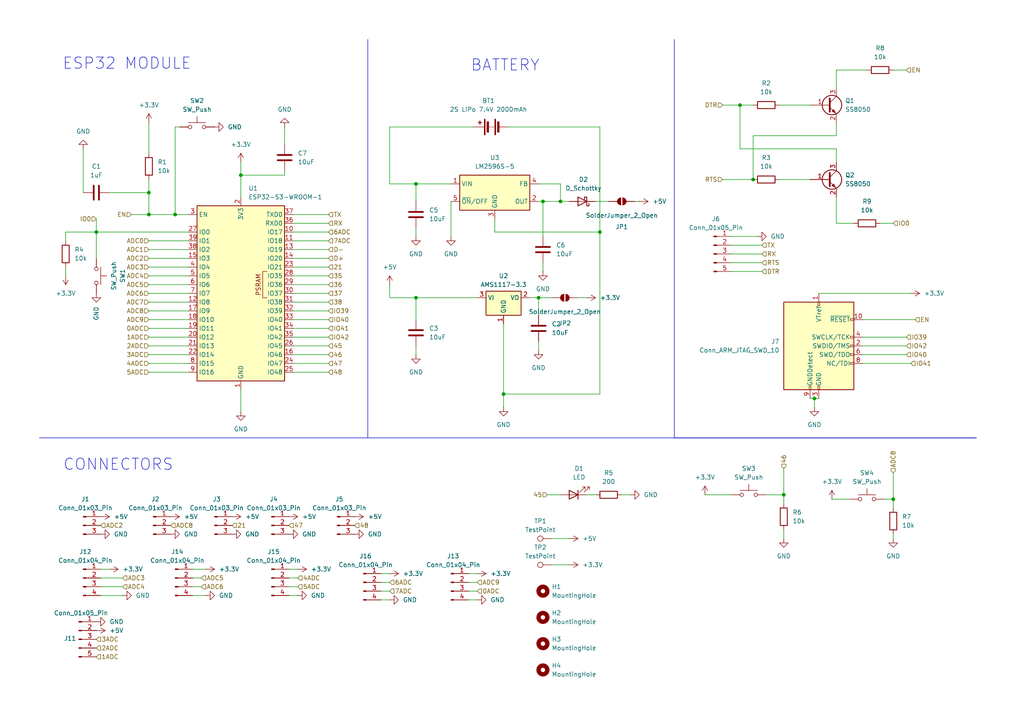
<source format=kicad_sch>
(kicad_sch (version 20250114) (generator "eeschema") (generator_version "9.0")
  (paper "A4")
  (lib_symbols
    (symbol "Connector:Conn_01x03_Pin" (pin_names (offset 1.016) (hide yes))
      (property "Reference" "J" (at 0 5.08 0))
      (property "Value" "Conn_01x03_Pin" (at 0 -5.08 0))
      (symbol "Conn_01x03_Pin_1_1"
        (pin passive line (at 5.08 2.54 180) (length 3.81) (name "Pin_1") (number "1"))
        (pin passive line (at 5.08 0 180) (length 3.81) (name "Pin_2") (number "2"))
        (pin passive line (at 5.08 -2.54 180) (length 3.81) (name "Pin_3") (number "3"))
      )
    )
    (symbol "Connector:Conn_01x04_Pin" (pin_names (offset 1.016) (hide yes))
      (property "Reference" "J" (at 0 5.08 0))
      (property "Value" "Conn_01x04_Pin" (at 0 -7.62 0))
      (symbol "Conn_01x04_Pin_1_1"
        (pin passive line (at 5.08 2.54 180) (length 3.81) (name "Pin_1") (number "1"))
        (pin passive line (at 5.08 0 180) (length 3.81) (name "Pin_2") (number "2"))
        (pin passive line (at 5.08 -2.54 180) (length 3.81) (name "Pin_3") (number "3"))
        (pin passive line (at 5.08 -5.08 180) (length 3.81) (name "Pin_4") (number "4"))
      )
    )
    (symbol "Connector:Conn_01x05_Pin" (pin_names (offset 1.016) (hide yes))
      (property "Reference" "J" (at 0 7.62 0))
      (property "Value" "Conn_01x05_Pin" (at 0 -7.62 0))
      (symbol "Conn_01x05_Pin_1_1"
        (pin passive line (at 5.08 5.08 180) (length 3.81) (name "Pin_1") (number "1"))
        (pin passive line (at 5.08 2.54 180) (length 3.81) (name "Pin_2") (number "2"))
        (pin passive line (at 5.08 0 180) (length 3.81) (name "Pin_3") (number "3"))
        (pin passive line (at 5.08 -2.54 180) (length 3.81) (name "Pin_4") (number "4"))
        (pin passive line (at 5.08 -5.08 180) (length 3.81) (name "Pin_5") (number "5"))
      )
    )
    (symbol "Connector:Conn_ARM_JTAG_SWD_10" (pin_names (offset 1.016))
      (property "Reference" "J" (at -2.54 16.51 0))
      (property "Value" "Conn_ARM_JTAG_SWD_10" (at -2.54 13.97 0))
      (symbol "Conn_ARM_JTAG_SWD_10_1_1"
        (pin no_connect line (at -10.16 0 0) (length 2.54) (hide yes) (name "KEY") (number "7"))
        (pin passive line (at -2.54 -15.24 90) (length 2.54) (name "GNDDetect") (number "9"))
        (pin power_in line (at 0 15.24 270) (length 2.54) (name "VTref") (number "1"))
        (pin power_in line (at 0 -15.24 90) (length 2.54) (name "GND") (number "3"))
        (pin passive line (at 0 -15.24 90) (length 2.54) (hide yes) (name "GND") (number "5"))
        (pin open_collector line (at 12.7 7.62 180) (length 2.54) (name "~{RESET}") (number "10"))
        (pin output line (at 12.7 2.54 180) (length 2.54) (name "SWCLK/TCK") (number "4"))
        (pin bidirectional line (at 12.7 0 180) (length 2.54) (name "SWDIO/TMS") (number "2"))
        (pin input line (at 12.7 -2.54 180) (length 2.54) (name "SWO/TDO") (number "6"))
        (pin output line (at 12.7 -5.08 180) (length 2.54) (name "NC/TDI") (number "8"))
      )
    )
    (symbol "Connector:TestPoint" (pin_numbers (hide yes)) (pin_names (offset 0.762) (hide yes))
      (property "Reference" "TP" (at 0 6.858 0))
      (property "Value" "TestPoint" (at 0 5.08 0))
      (symbol "TestPoint_1_1"
        (pin passive line (at 0 0 90) (length 2.54) (name "1") (number "1"))
      )
    )
    (symbol "Device:Battery" (pin_numbers (hide yes)) (pin_names (offset 0) (hide yes))
      (property "Reference" "BT" (at 2.54 2.54 0))
      (property "Value" "Battery" (at 2.54 0 0))
      (symbol "Battery_1_1"
        (pin passive line (at 0 5.08 270) (length 2.54) (name "+") (number "1"))
        (pin passive line (at 0 -5.08 90) (length 2.54) (name "-") (number "2"))
      )
    )
    (symbol "Device:C" (pin_numbers (hide yes)) (pin_names (offset 0.254))
      (property "Reference" "C" (at 0.635 2.54 0))
      (property "Value" "C" (at 0.635 -2.54 0))
      (symbol "C_1_1"
        (pin passive line (at 0 3.81 270) (length 2.794) (name "~") (number "1"))
        (pin passive line (at 0 -3.81 90) (length 2.794) (name "~") (number "2"))
      )
    )
    (symbol "Device:D_Schottky" (pin_numbers (hide yes)) (pin_names (offset 1.016) (hide yes))
      (property "Reference" "D" (at 0 2.54 0))
      (property "Value" "D_Schottky" (at 0 -2.54 0))
      (symbol "D_Schottky_1_1"
        (pin passive line (at -3.81 0 0) (length 2.54) (name "K") (number "1"))
        (pin passive line (at 3.81 0 180) (length 2.54) (name "A") (number "2"))
      )
    )
    (symbol "Device:LED" (pin_numbers (hide yes)) (pin_names (offset 1.016) (hide yes))
      (property "Reference" "D" (at 0 2.54 0))
      (property "Value" "LED" (at 0 -2.54 0))
      (symbol "LED_1_1"
        (pin passive line (at -3.81 0 0) (length 2.54) (name "K") (number "1"))
        (pin passive line (at 3.81 0 180) (length 2.54) (name "A") (number "2"))
      )
    )
    (symbol "Device:R" (pin_numbers (hide yes)) (pin_names (offset 0))
      (property "Reference" "R" (at 2.032 0 90))
      (property "Value" "R" (at 0 0 90))
      (symbol "R_1_1"
        (pin passive line (at 0 3.81 270) (length 1.27) (name "~") (number "1"))
        (pin passive line (at 0 -3.81 90) (length 1.27) (name "~") (number "2"))
      )
    )
    (symbol "Jumper:SolderJumper_2_Open" (pin_numbers (hide yes)) (pin_names (offset 0) (hide yes)) (exclude_from_sim yes) (in_bom no)
      (property "Reference" "JP" (at 0 2.032 0))
      (property "Value" "SolderJumper_2_Open" (at 0 -2.54 0))
      (symbol "SolderJumper_2_Open_1_1"
        (pin passive line (at -3.81 0 0) (length 2.54) (name "A") (number "1"))
        (pin passive line (at 3.81 0 180) (length 2.54) (name "B") (number "2"))
      )
    )
    (symbol "Mechanical:MountingHole" (pin_names (offset 1.016)) (exclude_from_sim yes) (in_bom no)
      (property "Reference" "H" (at 0 5.08 0))
      (property "Value" "MountingHole" (at 0 3.175 0))
    )
    (symbol "RF_Module:ESP32-S3-WROOM-1"
      (property "Reference" "U" (at -12.7 26.67 0))
      (property "Value" "ESP32-S3-WROOM-1" (at 12.7 26.67 0))
      (symbol "ESP32-S3-WROOM-1_0_0"
        (text "PSRAM" (at 5.08 2.54 900) (effects (font (size 1.27 1.27))))
      )
      (symbol "ESP32-S3-WROOM-1_1_1"
        (pin input line (at -15.24 22.86 0) (length 2.54) (name "EN") (number "3"))
        (pin bidirectional line (at -15.24 17.78 0) (length 2.54) (name "IO0") (number "27"))
        (pin bidirectional line (at -15.24 15.24 0) (length 2.54) (name "IO1") (number "39"))
        (pin bidirectional line (at -15.24 12.7 0) (length 2.54) (name "IO2") (number "38"))
        (pin bidirectional line (at -15.24 10.16 0) (length 2.54) (name "IO3") (number "15"))
        (pin bidirectional line (at -15.24 7.62 0) (length 2.54) (name "IO4") (number "4"))
        (pin bidirectional line (at -15.24 5.08 0) (length 2.54) (name "IO5") (number "5"))
        (pin bidirectional line (at -15.24 2.54 0) (length 2.54) (name "IO6") (number "6"))
        (pin bidirectional line (at -15.24 0 0) (length 2.54) (name "IO7") (number "7"))
        (pin bidirectional line (at -15.24 -2.54 0) (length 2.54) (name "IO8") (number "12"))
        (pin bidirectional line (at -15.24 -5.08 0) (length 2.54) (name "IO9") (number "17"))
        (pin bidirectional line (at -15.24 -7.62 0) (length 2.54) (name "IO10") (number "18"))
        (pin bidirectional line (at -15.24 -10.16 0) (length 2.54) (name "IO11") (number "19"))
        (pin bidirectional line (at -15.24 -12.7 0) (length 2.54) (name "IO12") (number "20"))
        (pin bidirectional line (at -15.24 -15.24 0) (length 2.54) (name "IO13") (number "21"))
        (pin bidirectional line (at -15.24 -17.78 0) (length 2.54) (name "IO14") (number "22"))
        (pin bidirectional line (at -15.24 -20.32 0) (length 2.54) (name "IO15") (number "8"))
        (pin bidirectional line (at -15.24 -22.86 0) (length 2.54) (name "IO16") (number "9"))
        (pin power_in line (at 0 27.94 270) (length 2.54) (name "3V3") (number "2"))
        (pin power_in line (at 0 -27.94 90) (length 2.54) (name "GND") (number "1"))
        (pin passive line (at 0 -27.94 90) (length 2.54) (hide yes) (name "GND") (number "40"))
        (pin passive line (at 0 -27.94 90) (length 2.54) (hide yes) (name "GND") (number "41"))
        (pin bidirectional line (at 15.24 22.86 180) (length 2.54) (name "TXD0") (number "37"))
        (pin bidirectional line (at 15.24 20.32 180) (length 2.54) (name "RXD0") (number "36"))
        (pin bidirectional line (at 15.24 17.78 180) (length 2.54) (name "IO17") (number "10"))
        (pin bidirectional line (at 15.24 15.24 180) (length 2.54) (name "IO18") (number "11"))
        (pin bidirectional line (at 15.24 12.7 180) (length 2.54) (name "IO19") (number "13"))
        (pin bidirectional line (at 15.24 10.16 180) (length 2.54) (name "IO20") (number "14"))
        (pin bidirectional line (at 15.24 7.62 180) (length 2.54) (name "IO21") (number "23"))
        (pin bidirectional line (at 15.24 5.08 180) (length 2.54) (name "IO35") (number "28"))
        (pin bidirectional line (at 15.24 2.54 180) (length 2.54) (name "IO36") (number "29"))
        (pin bidirectional line (at 15.24 0 180) (length 2.54) (name "IO37") (number "30"))
        (pin bidirectional line (at 15.24 -2.54 180) (length 2.54) (name "IO38") (number "31"))
        (pin bidirectional line (at 15.24 -5.08 180) (length 2.54) (name "IO39") (number "32"))
        (pin bidirectional line (at 15.24 -7.62 180) (length 2.54) (name "IO40") (number "33"))
        (pin bidirectional line (at 15.24 -10.16 180) (length 2.54) (name "IO41") (number "34"))
        (pin bidirectional line (at 15.24 -12.7 180) (length 2.54) (name "IO42") (number "35"))
        (pin bidirectional line (at 15.24 -15.24 180) (length 2.54) (name "IO45") (number "26"))
        (pin bidirectional line (at 15.24 -17.78 180) (length 2.54) (name "IO46") (number "16"))
        (pin bidirectional line (at 15.24 -20.32 180) (length 2.54) (name "IO47") (number "24"))
        (pin bidirectional line (at 15.24 -22.86 180) (length 2.54) (name "IO48") (number "25"))
      )
    )
    (symbol "Regulator_Linear:AMS1117-3.3"
      (property "Reference" "U" (at -3.81 3.175 0))
      (property "Value" "AMS1117-3.3" (at 0 3.175 0))
      (symbol "AMS1117-3.3_1_1"
        (pin power_in line (at -7.62 0 0) (length 2.54) (name "VI") (number "3"))
        (pin power_in line (at 0 -7.62 90) (length 2.54) (name "GND") (number "1"))
        (pin power_out line (at 7.62 0 180) (length 2.54) (name "VO") (number "2"))
      )
    )
    (symbol "Regulator_Switching:LM2596S-5"
      (property "Reference" "U" (at -10.16 6.35 0))
      (property "Value" "LM2596S-5" (at 0 6.35 0))
      (symbol "LM2596S-5_1_1"
        (pin power_in line (at -12.7 2.54 0) (length 2.54) (name "VIN") (number "1"))
        (pin input line (at -12.7 -2.54 0) (length 2.54) (name "~{ON}/OFF") (number "5"))
        (pin power_in line (at 0 -7.62 90) (length 2.54) (name "GND") (number "3"))
        (pin input line (at 12.7 2.54 180) (length 2.54) (name "FB") (number "4"))
        (pin output line (at 12.7 -2.54 180) (length 2.54) (name "OUT") (number "2"))
      )
    )
    (symbol "Switch:SW_Push" (pin_numbers (hide yes)) (pin_names (offset 1.016) (hide yes))
      (property "Reference" "SW" (at 1.27 2.54 0))
      (property "Value" "SW_Push" (at 0 -1.524 0))
      (symbol "SW_Push_0_1"
        (pin passive line (at -5.08 0 0) (length 2.54) (name "1") (number "1"))
        (pin passive line (at 5.08 0 180) (length 2.54) (name "2") (number "2"))
      )
    )
    (symbol "Transistor_BJT:SS8050" (pin_names (offset 0) (hide yes))
      (property "Reference" "Q" (at 5.08 1.905 0))
      (property "Value" "SS8050" (at 5.08 0 0))
      (symbol "SS8050_1_1"
        (pin input line (at -5.08 0 0) (length 5.715) (name "B") (number "1"))
        (pin passive line (at 2.54 5.08 270) (length 2.54) (name "C") (number "3"))
        (pin passive line (at 2.54 -5.08 90) (length 2.54) (name "E") (number "2"))
      )
    )
    (symbol "power:+3.3V" (power) (pin_numbers (hide yes)) (pin_names (offset 0) (hide yes))
      (property "Value" "+3.3V" (at 0 3.556 0))
      (symbol "+3.3V_1_1"
        (pin power_in line (at 0 0 90) (length 0) (name "~") (number "1"))
      )
    )
    (symbol "power:+5V" (power) (pin_numbers (hide yes)) (pin_names (offset 0) (hide yes))
      (property "Value" "+5V" (at 0 3.556 0))
      (symbol "+5V_1_1"
        (pin power_in line (at 0 0 90) (length 0) (name "~") (number "1"))
      )
    )
    (symbol "power:GND" (power) (pin_numbers (hide yes)) (pin_names (offset 0) (hide yes))
      (property "Value" "GND" (at 0 -3.81 0))
      (symbol "GND_1_1"
        (pin power_in line (at 0 0 270) (length 0) (name "~") (number "1"))
      )
    )
  )
  (text "ESP32 MODULE" (at 36.83 18.542 0) (effects (font (size 3.2512 3.2512))))
  (text "BATTERY" (at 146.558 19.05 0) (effects (font (size 3.2512 3.2512))))
  (text "CONNECTORS" (at 34.29 134.874 0) (effects (font (size 3.2512 3.2512))))
  (junction (at 157.48 58.42))
  (junction (at 236.22 115.57))
  (junction (at 162.56 58.42))
  (junction (at 69.85 50.8))
  (junction (at 120.65 86.36))
  (junction (at 120.65 53.34))
  (junction (at 218.44 52.07))
  (junction (at 227.33 143.51))
  (junction (at 27.94 67.31))
  (junction (at 43.18 55.88))
  (junction (at 259.08 144.78))
  (junction (at 214.63 30.48))
  (junction (at 43.18 62.23))
  (junction (at 146.05 114.3))
  (junction (at 173.99 67.31))
  (junction (at 156.21 86.36))
  (junction (at 50.8 62.23))
  (wire (pts (xy 218.44 39.37) (xy 242.57 39.37)))
  (wire (pts (xy 85.09 90.17) (xy 95.25 90.17)))
  (wire (pts (xy 259.08 137.16) (xy 259.08 144.78)))
  (wire (pts (xy 85.09 80.01) (xy 95.25 80.01)))
  (wire (pts (xy 242.57 20.32) (xy 251.46 20.32)))
  (wire (pts (xy 29.21 167.64) (xy 35.56 167.64)))
  (wire (pts (xy 55.88 167.64) (xy 58.42 167.64)))
  (wire (pts (xy 242.57 43.18) (xy 242.57 46.99)))
  (wire (pts (xy 162.56 53.34) (xy 162.56 58.42)))
  (wire (pts (xy 250.19 100.33) (xy 262.89 100.33)))
  (wire (pts (xy 113.03 82.55) (xy 113.03 86.36)))
  (wire (pts (xy 50.8 62.23) (xy 43.18 62.23)))
  (wire (pts (xy 43.18 97.79) (xy 54.61 97.79)))
  (wire (pts (xy 212.09 68.58) (xy 219.71 68.58)))
  (wire (pts (xy 143.51 63.5) (xy 143.51 67.31)))
  (wire (pts (xy 147.32 36.83) (xy 173.99 36.83)))
  (wire (pts (xy 85.09 77.47) (xy 95.25 77.47)))
  (wire (pts (xy 54.61 62.23) (xy 50.8 62.23)))
  (wire (pts (xy 43.18 100.33) (xy 54.61 100.33)))
  (wire (pts (xy 85.09 85.09) (xy 95.25 85.09)))
  (wire (pts (xy 85.09 95.25) (xy 95.25 95.25)))
  (wire (pts (xy 120.65 86.36) (xy 120.65 92.71)))
  (wire (pts (xy 85.09 100.33) (xy 95.25 100.33)))
  (wire (pts (xy 113.03 36.83) (xy 113.03 53.34)))
  (wire (pts (xy 157.48 76.2) (xy 157.48 78.74)))
  (wire (pts (xy 214.63 30.48) (xy 218.44 30.48)))
  (wire (pts (xy 43.18 52.07) (xy 43.18 55.88)))
  (wire (pts (xy 43.18 95.25) (xy 54.61 95.25)))
  (wire (pts (xy 38.1 62.23) (xy 43.18 62.23)))
  (wire (pts (xy 227.33 153.67) (xy 227.33 156.21)))
  (wire (pts (xy 113.03 86.36) (xy 120.65 86.36)))
  (wire (pts (xy 153.67 86.36) (xy 156.21 86.36)))
  (wire (pts (xy 214.63 43.18) (xy 242.57 43.18)))
  (wire (pts (xy 120.65 53.34) (xy 120.65 58.42)))
  (wire (pts (xy 83.82 170.18) (xy 86.36 170.18)))
  (wire (pts (xy 242.57 25.4) (xy 242.57 20.32)))
  (wire (pts (xy 85.09 97.79) (xy 95.25 97.79)))
  (wire (pts (xy 43.18 105.41) (xy 54.61 105.41)))
  (wire (pts (xy 19.05 69.85) (xy 19.05 67.31)))
  (wire (pts (xy 180.34 143.51) (xy 182.88 143.51)))
  (polyline (pts (xy 195.58 127) (xy 283.21 127)))
  (wire (pts (xy 85.09 105.41) (xy 95.25 105.41)))
  (wire (pts (xy 184.15 58.42) (xy 185.42 58.42)))
  (wire (pts (xy 160.02 156.21) (xy 165.1 156.21)))
  (wire (pts (xy 212.09 73.66) (xy 220.98 73.66)))
  (wire (pts (xy 234.95 115.57) (xy 236.22 115.57)))
  (wire (pts (xy 222.25 143.51) (xy 227.33 143.51)))
  (wire (pts (xy 259.08 20.32) (xy 262.89 20.32)))
  (wire (pts (xy 158.75 143.51) (xy 162.56 143.51)))
  (wire (pts (xy 135.89 168.91) (xy 138.43 168.91)))
  (wire (pts (xy 212.09 78.74) (xy 220.98 78.74)))
  (wire (pts (xy 250.19 105.41) (xy 264.16 105.41)))
  (wire (pts (xy 209.55 52.07) (xy 218.44 52.07)))
  (wire (pts (xy 69.85 50.8) (xy 82.55 50.8)))
  (wire (pts (xy 29.21 170.18) (xy 35.56 170.18)))
  (wire (pts (xy 135.89 173.99) (xy 138.43 173.99)))
  (wire (pts (xy 43.18 92.71) (xy 54.61 92.71)))
  (wire (pts (xy 85.09 62.23) (xy 95.25 62.23)))
  (wire (pts (xy 85.09 74.93) (xy 95.25 74.93)))
  (wire (pts (xy 227.33 135.89) (xy 227.33 143.51)))
  (wire (pts (xy 43.18 90.17) (xy 54.61 90.17)))
  (wire (pts (xy 204.47 143.51) (xy 212.09 143.51)))
  (wire (pts (xy 135.89 166.37) (xy 138.43 166.37)))
  (wire (pts (xy 50.8 36.83) (xy 52.07 36.83)))
  (wire (pts (xy 43.18 72.39) (xy 54.61 72.39)))
  (wire (pts (xy 120.65 66.04) (xy 120.65 68.58)))
  (wire (pts (xy 255.27 64.77) (xy 259.08 64.77)))
  (wire (pts (xy 143.51 67.31) (xy 173.99 67.31)))
  (wire (pts (xy 43.18 69.85) (xy 54.61 69.85)))
  (polyline (pts (xy 195.58 11.43) (xy 195.58 127)))
  (wire (pts (xy 157.48 58.42) (xy 162.56 58.42)))
  (wire (pts (xy 29.21 172.72) (xy 35.56 172.72)))
  (wire (pts (xy 236.22 115.57) (xy 236.22 118.11)))
  (wire (pts (xy 227.33 143.51) (xy 227.33 146.05)))
  (wire (pts (xy 172.72 58.42) (xy 176.53 58.42)))
  (wire (pts (xy 250.19 92.71) (xy 265.43 92.71)))
  (wire (pts (xy 43.18 82.55) (xy 54.61 82.55)))
  (wire (pts (xy 110.49 168.91) (xy 113.03 168.91)))
  (wire (pts (xy 226.06 52.07) (xy 234.95 52.07)))
  (wire (pts (xy 43.18 74.93) (xy 54.61 74.93)))
  (wire (pts (xy 110.49 171.45) (xy 113.03 171.45)))
  (wire (pts (xy 82.55 36.83) (xy 82.55 41.91)))
  (wire (pts (xy 31.75 55.88) (xy 43.18 55.88)))
  (wire (pts (xy 55.88 172.72) (xy 59.69 172.72)))
  (wire (pts (xy 55.88 165.1) (xy 59.69 165.1)))
  (wire (pts (xy 69.85 46.99) (xy 69.85 50.8)))
  (wire (pts (xy 146.05 93.98) (xy 146.05 114.3)))
  (wire (pts (xy 120.65 86.36) (xy 138.43 86.36)))
  (wire (pts (xy 130.81 68.58) (xy 130.81 58.42)))
  (wire (pts (xy 27.94 63.5) (xy 27.94 67.31)))
  (wire (pts (xy 43.18 35.56) (xy 43.18 44.45)))
  (wire (pts (xy 259.08 144.78) (xy 256.54 144.78)))
  (wire (pts (xy 209.55 30.48) (xy 214.63 30.48)))
  (wire (pts (xy 259.08 154.94) (xy 259.08 156.21)))
  (wire (pts (xy 43.18 77.47) (xy 54.61 77.47)))
  (wire (pts (xy 242.57 64.77) (xy 247.65 64.77)))
  (wire (pts (xy 43.18 102.87) (xy 54.61 102.87)))
  (wire (pts (xy 173.99 67.31) (xy 173.99 114.3)))
  (wire (pts (xy 113.03 53.34) (xy 120.65 53.34)))
  (wire (pts (xy 135.89 171.45) (xy 138.43 171.45)))
  (wire (pts (xy 85.09 82.55) (xy 95.25 82.55)))
  (wire (pts (xy 27.94 67.31) (xy 54.61 67.31)))
  (wire (pts (xy 110.49 166.37) (xy 113.03 166.37)))
  (wire (pts (xy 85.09 102.87) (xy 95.25 102.87)))
  (wire (pts (xy 156.21 53.34) (xy 162.56 53.34)))
  (wire (pts (xy 156.21 86.36) (xy 156.21 91.44)))
  (wire (pts (xy 85.09 64.77) (xy 95.25 64.77)))
  (wire (pts (xy 237.49 85.09) (xy 264.16 85.09)))
  (wire (pts (xy 83.82 172.72) (xy 86.36 172.72)))
  (wire (pts (xy 69.85 113.03) (xy 69.85 119.38)))
  (wire (pts (xy 85.09 92.71) (xy 95.25 92.71)))
  (wire (pts (xy 69.85 50.8) (xy 69.85 57.15)))
  (wire (pts (xy 82.55 50.8) (xy 82.55 49.53)))
  (polyline (pts (xy 106.68 11.43) (xy 106.68 127)))
  (wire (pts (xy 19.05 67.31) (xy 27.94 67.31)))
  (wire (pts (xy 250.19 102.87) (xy 262.89 102.87)))
  (wire (pts (xy 19.05 80.01) (xy 19.05 77.47)))
  (wire (pts (xy 120.65 100.33) (xy 120.65 102.87)))
  (wire (pts (xy 214.63 30.48) (xy 214.63 43.18)))
  (wire (pts (xy 29.21 165.1) (xy 31.75 165.1)))
  (wire (pts (xy 55.88 170.18) (xy 58.42 170.18)))
  (wire (pts (xy 43.18 80.01) (xy 54.61 80.01)))
  (wire (pts (xy 226.06 30.48) (xy 234.95 30.48)))
  (wire (pts (xy 212.09 71.12) (xy 220.98 71.12)))
  (wire (pts (xy 24.13 43.18) (xy 24.13 55.88)))
  (wire (pts (xy 43.18 55.88) (xy 43.18 62.23)))
  (wire (pts (xy 167.64 86.36) (xy 170.18 86.36)))
  (wire (pts (xy 156.21 99.06) (xy 156.21 101.6)))
  (wire (pts (xy 259.08 144.78) (xy 259.08 147.32)))
  (wire (pts (xy 236.22 115.57) (xy 237.49 115.57)))
  (wire (pts (xy 162.56 58.42) (xy 165.1 58.42)))
  (wire (pts (xy 113.03 36.83) (xy 137.16 36.83)))
  (wire (pts (xy 50.8 62.23) (xy 50.8 36.83)))
  (polyline (pts (xy 11.43 127) (xy 283.21 127)))
  (wire (pts (xy 170.18 143.51) (xy 172.72 143.51)))
  (wire (pts (xy 173.99 36.83) (xy 173.99 67.31)))
  (wire (pts (xy 27.94 67.31) (xy 27.94 74.93)))
  (wire (pts (xy 160.02 163.83) (xy 165.1 163.83)))
  (wire (pts (xy 85.09 67.31) (xy 95.25 67.31)))
  (wire (pts (xy 218.44 52.07) (xy 218.44 39.37)))
  (wire (pts (xy 85.09 107.95) (xy 95.25 107.95)))
  (wire (pts (xy 43.18 87.63) (xy 54.61 87.63)))
  (wire (pts (xy 157.48 58.42) (xy 157.48 68.58)))
  (wire (pts (xy 83.82 165.1) (xy 86.36 165.1)))
  (wire (pts (xy 43.18 85.09) (xy 54.61 85.09)))
  (wire (pts (xy 250.19 97.79) (xy 262.89 97.79)))
  (wire (pts (xy 212.09 76.2) (xy 220.98 76.2)))
  (wire (pts (xy 85.09 87.63) (xy 95.25 87.63)))
  (wire (pts (xy 146.05 114.3) (xy 173.99 114.3)))
  (wire (pts (xy 156.21 86.36) (xy 160.02 86.36)))
  (wire (pts (xy 83.82 167.64) (xy 86.36 167.64)))
  (wire (pts (xy 110.49 173.99) (xy 113.03 173.99)))
  (wire (pts (xy 242.57 39.37) (xy 242.57 35.56)))
  (wire (pts (xy 43.18 107.95) (xy 54.61 107.95)))
  (wire (pts (xy 120.65 53.34) (xy 130.81 53.34)))
  (wire (pts (xy 156.21 58.42) (xy 157.48 58.42)))
  (wire (pts (xy 241.3 144.78) (xy 246.38 144.78)))
  (wire (pts (xy 242.57 57.15) (xy 242.57 64.77)))
  (wire (pts (xy 85.09 69.85) (xy 95.25 69.85)))
  (wire (pts (xy 146.05 114.3) (xy 146.05 118.11)))
  (wire (pts (xy 85.09 72.39) (xy 95.25 72.39)))
  (hierarchical_label "48" (shape input) (at 95.25 107.95 0))
  (hierarchical_label "ADC9" (shape input) (at 138.43 168.91 0))
  (hierarchical_label "ADC1" (shape input) (at 43.18 72.39 180))
  (hierarchical_label "IO39" (shape input) (at 95.25 90.17 0))
  (hierarchical_label "RTS" (shape input) (at 220.98 76.2 0))
  (hierarchical_label "ADC7" (shape input) (at 43.18 87.63 180))
  (hierarchical_label "IO42" (shape input) (at 262.89 100.33 0))
  (hierarchical_label "5ADC" (shape input) (at 86.36 170.18 0))
  (hierarchical_label "46" (shape input) (at 227.33 135.89 90))
  (hierarchical_label "TX" (shape input) (at 220.98 71.12 0))
  (hierarchical_label "6ADC" (shape input) (at 113.03 168.91 0))
  (hierarchical_label "7ADC" (shape input) (at 113.03 171.45 0))
  (hierarchical_label "ADC3" (shape input) (at 43.18 77.47 180))
  (hierarchical_label "2ADC" (shape input) (at 43.18 100.33 180))
  (hierarchical_label "ADC8" (shape input) (at 49.53 152.4 0))
  (hierarchical_label "ADC4" (shape input) (at 35.56 170.18 0))
  (hierarchical_label "ADC2" (shape input) (at 29.21 152.4 0))
  (hierarchical_label "37" (shape input) (at 95.25 85.09 0))
  (hierarchical_label "5ADC" (shape input) (at 43.18 107.95 180))
  (hierarchical_label "21" (shape input) (at 67.31 152.4 0))
  (hierarchical_label "47" (shape input) (at 95.25 105.41 0))
  (hierarchical_label "7ADC" (shape input) (at 95.25 69.85 0))
  (hierarchical_label "IO41" (shape input) (at 95.25 95.25 0))
  (hierarchical_label "IO40" (shape input) (at 95.25 92.71 0))
  (hierarchical_label "ADC6" (shape input) (at 43.18 85.09 180))
  (hierarchical_label "ADC2" (shape input) (at 43.18 74.93 180))
  (hierarchical_label "ADC5" (shape input) (at 58.42 167.64 0))
  (hierarchical_label "6ADC" (shape input) (at 95.25 67.31 0) (effects (font (thickness 0.1588))))
  (hierarchical_label "0ADC" (shape input) (at 138.43 171.45 0))
  (hierarchical_label "4ADC" (shape input) (at 86.36 167.64 0))
  (hierarchical_label "48" (shape input) (at 102.87 152.4 0))
  (hierarchical_label "47" (shape input) (at 83.82 152.4 0))
  (hierarchical_label "IO39" (shape input) (at 262.89 97.79 0))
  (hierarchical_label "RX" (shape input) (at 95.25 64.77 0))
  (hierarchical_label "21" (shape input) (at 95.25 77.47 0))
  (hierarchical_label "IO0" (shape input) (at 27.94 63.5 180))
  (hierarchical_label "DTR" (shape input) (at 220.98 78.74 0))
  (hierarchical_label "IO0" (shape input) (at 259.08 64.77 0))
  (hierarchical_label "3ADC" (shape input) (at 27.94 185.42 0))
  (hierarchical_label "IO40" (shape input) (at 262.89 102.87 0))
  (hierarchical_label "38" (shape input) (at 95.25 87.63 0))
  (hierarchical_label "ADC4" (shape input) (at 43.18 80.01 180))
  (hierarchical_label "ADC3" (shape input) (at 35.56 167.64 0))
  (hierarchical_label "1ADC" (shape input) (at 27.94 190.5 0))
  (hierarchical_label "D-" (shape input) (at 95.25 72.39 0))
  (hierarchical_label "0ADC" (shape input) (at 43.18 95.25 180))
  (hierarchical_label "IO42" (shape input) (at 95.25 97.79 0))
  (hierarchical_label "EN" (shape input) (at 265.43 92.71 0))
  (hierarchical_label "ADC9" (shape input) (at 43.18 92.71 180))
  (hierarchical_label "ADC0" (shape input) (at 43.18 69.85 180))
  (hierarchical_label "1ADC" (shape input) (at 43.18 97.79 180))
  (hierarchical_label "ADC6" (shape input) (at 58.42 170.18 0))
  (hierarchical_label "46" (shape input) (at 95.25 102.87 0))
  (hierarchical_label "2ADC" (shape input) (at 27.94 187.96 0))
  (hierarchical_label "3ADC" (shape input) (at 43.18 102.87 180))
  (hierarchical_label "DTR" (shape input) (at 209.55 30.48 180))
  (hierarchical_label "ADC5" (shape input) (at 43.18 82.55 180))
  (hierarchical_label "4ADC" (shape input) (at 43.18 105.41 180))
  (hierarchical_label "35" (shape input) (at 95.25 80.01 0))
  (hierarchical_label "45" (shape input) (at 95.25 100.33 0))
  (hierarchical_label "RTS" (shape input) (at 209.55 52.07 180))
  (hierarchical_label "45" (shape input) (at 158.75 143.51 180))
  (hierarchical_label "D+" (shape input) (at 95.25 74.93 0))
  (hierarchical_label "EN" (shape input) (at 38.1 62.23 180))
  (hierarchical_label "36" (shape input) (at 95.25 82.55 0))
  (hierarchical_label "IO41" (shape input) (at 264.16 105.41 0))
  (hierarchical_label "EN" (shape input) (at 262.89 20.32 0))
  (hierarchical_label "ADC8" (shape input) (at 259.08 137.16 90))
  (hierarchical_label "RX" (shape input) (at 220.98 73.66 0))
  (hierarchical_label "ADC8" (shape input) (at 43.18 90.17 180))
  (hierarchical_label "TX" (shape input) (at 95.25 62.23 0))
  (symbol (lib_id "power:GND") (at 62.23 36.83 90) (unit 1)
    (property "Reference" "#PWR040" (effects (hide yes)))
    (property "Value" "GND" (at 66.04 36.8299 90) (effects (justify right)))
    (property "Description" "Power symbol creates a global label with name \"GND\" , ground" (effects (hide yes)))
  )
  (symbol (lib_id "Switch:SW_Push") (at 57.15 36.83 0) (unit 1)
    (property "Reference" "SW2" (at 57.15 29.21 0))
    (property "Value" "SW_Push" (at 57.15 31.75 0))
    (property "Footprint" "Button_Switch_THT:SW_PUSH_6mm" (effects (hide yes)))
    (property "Description" "Push button switch, generic, two pins" (effects (hide yes)))
  )
  (symbol (lib_id "power:+3.3V") (at 170.18 86.36 270) (unit 1)
    (property "Reference" "#PWR033" (effects (hide yes)))
    (property "Value" "+3.3V" (at 173.99 86.3599 90) (effects (justify left)))
    (property "Description" "Power symbol creates a global label with name \"+3.3V\"" (effects (hide yes)))
  )
  (symbol (lib_id "power:+3.3V") (at 113.03 166.37 270) (unit 1)
    (property "Reference" "#PWR053" (effects (hide yes)))
    (property "Value" "+3.3V" (at 116.84 166.3699 90) (effects (justify left)))
    (property "Description" "Power symbol creates a global label with name \"+3.3V\"" (effects (hide yes)))
  )
  (symbol (lib_id "power:+3.3V") (at 165.1 163.83 270) (unit 1)
    (property "Reference" "#PWR022" (effects (hide yes)))
    (property "Value" "+3.3V" (at 168.91 163.8299 90) (effects (justify left)))
    (property "Description" "Power symbol creates a global label with name \"+3.3V\"" (effects (hide yes)))
  )
  (symbol (lib_id "power:GND") (at 146.05 118.11 0) (unit 1)
    (property "Reference" "#PWR032" (effects (hide yes)))
    (property "Value" "GND" (at 146.05 123.19 0))
    (property "Description" "Power symbol creates a global label with name \"GND\" , ground" (effects (hide yes)))
  )
  (symbol (lib_id "power:+3.3V") (at 43.18 35.56 0) (unit 1)
    (property "Reference" "#PWR03" (effects (hide yes)))
    (property "Value" "+3.3V" (at 43.18 30.48 0))
    (property "Description" "Power symbol creates a global label with name \"+3.3V\"" (effects (hide yes)))
  )
  (symbol (lib_id "RF_Module:ESP32-S3-WROOM-1") (at 69.85 85.09 0) (unit 1)
    (property "Reference" "U1" (at 72.0441 54.61 0) (effects (justify left)))
    (property "Value" "ESP32-S3-WROOM-1" (at 72.0441 57.15 0) (effects (justify left)))
    (property "Footprint" "RF_Module:ESP32-S3-WROOM-1" (effects (hide yes)))
    (property "Datasheet" "https://www.espressif.com/sites/default/files/documentation/esp32-s3-wroom-1_wroom-1u_datasheet_en.pdf" (effects (hide yes)))
    (property "Description" "RF Module, ESP32-S3 SoC, Wi-Fi 802.11b/g/n, Bluetooth, BLE, 32-bit, 3.3V, onboard antenna, SMD" (effects (hide yes)))
  )
  (symbol (lib_id "power:+3.3V") (at 19.05 80.01 180) (unit 1)
    (property "Reference" "#PWR038" (effects (hide yes)))
    (property "Value" "+3.3V" (at 19.05 85.09 0))
    (property "Description" "Power symbol creates a global label with name \"+3.3V\"" (effects (hide yes)))
  )
  (symbol (lib_id "Connector:Conn_01x04_Pin") (at 78.74 167.64 0) (unit 1)
    (property "Reference" "J15" (at 79.375 160.02 0))
    (property "Value" "Conn_01x04_Pin" (at 79.375 162.56 0))
    (property "Footprint" "Connector_PinHeader_2.54mm:PinHeader_1x04_P2.54mm_Vertical" (effects (hide yes)))
    (property "Description" "Generic connector, single row, 01x04, script generated" (effects (hide yes)))
  )
  (symbol (lib_id "power:GND") (at 59.69 172.72 90) (unit 1)
    (property "Reference" "#PWR016" (effects (hide yes)))
    (property "Value" "GND" (at 63.5 172.7199 90) (effects (justify right)))
    (property "Description" "Power symbol creates a global label with name \"GND\" , ground" (effects (hide yes)))
  )
  (symbol (lib_id "Mechanical:MountingHole") (at 157.48 186.69 0) (unit 1) (exclude_from_sim yes) (in_bom no)
    (property "Reference" "H3" (at 160.02 185.4199 0) (effects (justify left)))
    (property "Value" "MountingHole" (at 160.02 187.9599 0) (effects (justify left)))
    (property "Footprint" "MountingHole:MountingHole_2.2mm_M2" (effects (hide yes)))
    (property "Description" "Mounting Hole without connection" (effects (hide yes)))
  )
  (symbol (lib_id "power:+3.3V") (at 138.43 166.37 270) (unit 1)
    (property "Reference" "#PWR043" (effects (hide yes)))
    (property "Value" "+3.3V" (at 142.24 166.3699 90) (effects (justify left)))
    (property "Description" "Power symbol creates a global label with name \"+3.3V\"" (effects (hide yes)))
  )
  (symbol (lib_id "power:GND") (at 156.21 101.6 0) (unit 1)
    (property "Reference" "#PWR029" (effects (hide yes)))
    (property "Value" "GND" (at 156.21 106.68 0))
    (property "Description" "Power symbol creates a global label with name \"GND\" , ground" (effects (hide yes)))
  )
  (symbol (lib_id "Jumper:SolderJumper_2_Open") (at 163.83 86.36 0) (unit 1) (exclude_from_sim yes) (in_bom no)
    (property "Reference" "JP2" (at 163.83 93.726 0))
    (property "Value" "SolderJumper_2_Open" (at 163.83 90.424 0))
    (property "Footprint" "Jumper:SolderJumper-2_P1.3mm_Open_RoundedPad1.0x1.5mm" (effects (hide yes)))
    (property "Description" "Solder Jumper, 2-pole, open" (effects (hide yes)))
  )
  (symbol (lib_id "power:GND") (at 157.48 78.74 0) (unit 1)
    (property "Reference" "#PWR034" (effects (hide yes)))
    (property "Value" "GND" (at 157.48 83.82 0))
    (property "Description" "Power symbol creates a global label with name \"GND\" , ground" (effects (hide yes)))
  )
  (symbol (lib_id "Switch:SW_Push") (at 251.46 144.78 0) (unit 1)
    (property "Reference" "SW4" (at 251.46 137.16 0))
    (property "Value" "SW_Push" (at 251.46 139.7 0))
    (property "Footprint" "Button_Switch_THT:SW_PUSH_6mm" (effects (hide yes)))
    (property "Description" "Push button switch, generic, two pins" (effects (hide yes)))
  )
  (symbol (lib_id "Device:C") (at 156.21 95.25 0) (unit 1)
    (property "Reference" "C2" (at 160.02 93.9799 0) (effects (justify left)))
    (property "Value" "10uF" (at 160.02 96.5199 0) (effects (justify left)))
    (property "Footprint" "Capacitor_SMD:C_0805_2012Metric_Pad1.18x1.45mm_HandSolder" (effects (hide yes)))
    (property "Description" "Unpolarized capacitor" (effects (hide yes)))
  )
  (symbol (lib_id "Transistor_BJT:SS8050") (at 240.03 30.48 0) (unit 1)
    (property "Reference" "Q1" (at 245.11 29.2099 0) (effects (justify left)))
    (property "Value" "SS8050" (at 245.11 31.7499 0) (effects (justify left)))
    (property "Footprint" "Package_TO_SOT_SMD:SOT-23" (effects (hide yes)))
    (property "Datasheet" "http://www.secosgmbh.com/datasheet/products/SSMPTransistor/SOT-23/SS8050.pdf" (effects (hide yes)))
    (property "Description" "General Purpose NPN Transistor, 1.5A Ic, 25V Vce, SOT-23" (effects (hide yes)))
  )
  (symbol (lib_id "power:GND") (at 24.13 43.18 180) (unit 1)
    (property "Reference" "#PWR04" (effects (hide yes)))
    (property "Value" "GND" (at 24.13 38.1 0))
    (property "Description" "Power symbol creates a global label with name \"GND\" , ground" (effects (hide yes)))
  )
  (symbol (lib_id "power:GND") (at 130.81 68.58 0) (unit 1)
    (property "Reference" "#PWR036" (effects (hide yes)))
    (property "Value" "GND" (at 130.81 73.66 0))
    (property "Description" "Power symbol creates a global label with name \"GND\" , ground" (effects (hide yes)))
  )
  (symbol (lib_id "Device:R") (at 251.46 64.77 90) (unit 1)
    (property "Reference" "R9" (at 251.46 58.42 90))
    (property "Value" "10k" (at 251.46 60.96 90))
    (property "Footprint" "Resistor_SMD:R_0805_2012Metric_Pad1.20x1.40mm_HandSolder" (effects (hide yes)))
    (property "Description" "Resistor" (effects (hide yes)))
  )
  (symbol (lib_id "Connector:TestPoint") (at 160.02 156.21 90) (unit 1)
    (property "Reference" "TP1" (at 156.718 151.13 90))
    (property "Value" "TestPoint" (at 156.718 153.67 90))
    (property "Footprint" "Connector_PinHeader_2.54mm:PinHeader_1x01_P2.54mm_Vertical" (effects (hide yes)))
    (property "Description" "test point" (effects (hide yes)))
  )
  (symbol (lib_id "power:+5V") (at 49.53 149.86 270) (unit 1)
    (property "Reference" "#PWR011" (effects (hide yes)))
    (property "Value" "+5V" (at 53.34 149.8599 90) (effects (justify left)))
    (property "Description" "Power symbol creates a global label with name \"+5V\"" (effects (hide yes)))
  )
  (symbol (lib_id "Regulator_Linear:AMS1117-3.3") (at 146.05 86.36 0) (unit 1)
    (property "Reference" "U2" (at 146.05 80.01 0))
    (property "Value" "AMS1117-3.3" (at 146.05 82.55 0))
    (property "Footprint" "Package_TO_SOT_SMD:SOT-223-3_TabPin2" (effects (hide yes)))
    (property "Datasheet" "http://www.advanced-monolithic.com/pdf/ds1117.pdf" (effects (hide yes)))
    (property "Description" "1A Low Dropout regulator, positive, 3.3V fixed output, SOT-223" (effects (hide yes)))
  )
  (symbol (lib_id "power:+5V") (at 185.42 58.42 270) (unit 1)
    (property "Reference" "#PWR035" (effects (hide yes)))
    (property "Value" "+5V" (at 189.23 58.4199 90) (effects (justify left)))
    (property "Description" "Power symbol creates a global label with name \"+5V\"" (effects (hide yes)))
  )
  (symbol (lib_id "Mechanical:MountingHole") (at 157.48 179.07 0) (unit 1) (exclude_from_sim yes) (in_bom no)
    (property "Reference" "H2" (at 160.02 177.7999 0) (effects (justify left)))
    (property "Value" "MountingHole" (at 160.02 180.3399 0) (effects (justify left)))
    (property "Footprint" "MountingHole:MountingHole_2.2mm_M2" (effects (hide yes)))
    (property "Description" "Mounting Hole without connection" (effects (hide yes)))
  )
  (symbol (lib_id "power:GND") (at 102.87 154.94 90) (unit 1)
    (property "Reference" "#PWR09" (effects (hide yes)))
    (property "Value" "GND" (at 106.68 154.9399 90) (effects (justify right)))
    (property "Description" "Power symbol creates a global label with name \"GND\" , ground" (effects (hide yes)))
  )
  (symbol (lib_id "power:+3.3V") (at 241.3 144.78 0) (unit 1)
    (property "Reference" "#PWR048" (effects (hide yes)))
    (property "Value" "+3.3V" (at 241.3 139.7 0))
    (property "Description" "Power symbol creates a global label with name \"+3.3V\"" (effects (hide yes)))
  )
  (symbol (lib_id "Mechanical:MountingHole") (at 157.48 194.31 0) (unit 1) (exclude_from_sim yes) (in_bom no)
    (property "Reference" "H4" (at 160.02 193.0399 0) (effects (justify left)))
    (property "Value" "MountingHole" (at 160.02 195.5799 0) (effects (justify left)))
    (property "Footprint" "MountingHole:MountingHole_2.2mm_M2" (effects (hide yes)))
    (property "Description" "Mounting Hole without connection" (effects (hide yes)))
  )
  (symbol (lib_id "Regulator_Switching:LM2596S-5") (at 143.51 55.88 0) (unit 1)
    (property "Reference" "U3" (at 143.51 45.72 0))
    (property "Value" "LM2596S-5" (at 143.51 48.26 0))
    (property "Footprint" "Package_TO_SOT_SMD:TO-263-5_TabPin3" (effects (hide yes)))
    (property "Datasheet" "http://www.ti.com/lit/ds/symlink/lm2596.pdf" (effects (hide yes)))
    (property "Description" "5V 3A Step-Down Voltage Regulator, TO-263" (effects (hide yes)))
  )
  (symbol (lib_id "power:+5V") (at 67.31 149.86 270) (unit 1)
    (property "Reference" "#PWR012" (effects (hide yes)))
    (property "Value" "+5V" (at 71.12 149.8599 90) (effects (justify left)))
    (property "Description" "Power symbol creates a global label with name \"+5V\"" (effects (hide yes)))
  )
  (symbol (lib_id "power:GND") (at 259.08 156.21 0) (unit 1)
    (property "Reference" "#PWR046" (effects (hide yes)))
    (property "Value" "GND" (at 259.08 161.29 0))
    (property "Description" "Power symbol creates a global label with name \"GND\" , ground" (effects (hide yes)))
  )
  (symbol (lib_id "power:GND") (at 69.85 119.38 0) (unit 1)
    (property "Reference" "#PWR01" (effects (hide yes)))
    (property "Value" "GND" (at 69.85 124.46 0))
    (property "Description" "Power symbol creates a global label with name \"GND\" , ground" (effects (hide yes)))
  )
  (symbol (lib_id "power:GND") (at 27.94 180.34 90) (unit 1)
    (property "Reference" "#PWR025" (effects (hide yes)))
    (property "Value" "GND" (at 31.75 180.3399 90) (effects (justify right)))
    (property "Description" "Power symbol creates a global label with name \"GND\" , ground" (effects (hide yes)))
  )
  (symbol (lib_id "Device:R") (at 227.33 149.86 0) (unit 1)
    (property "Reference" "R6" (at 229.87 148.5899 0) (effects (justify left)))
    (property "Value" "10k" (at 229.87 151.1299 0) (effects (justify left)))
    (property "Footprint" "Resistor_SMD:R_0805_2012Metric_Pad1.20x1.40mm_HandSolder" (effects (hide yes)))
    (property "Description" "Resistor" (effects (hide yes)))
  )
  (symbol (lib_id "power:GND") (at 86.36 172.72 90) (unit 1)
    (property "Reference" "#PWR017" (effects (hide yes)))
    (property "Value" "GND" (at 90.17 172.7199 90) (effects (justify right)))
    (property "Description" "Power symbol creates a global label with name \"GND\" , ground" (effects (hide yes)))
  )
  (symbol (lib_id "power:GND") (at 35.56 172.72 90) (unit 1)
    (property "Reference" "#PWR015" (effects (hide yes)))
    (property "Value" "GND" (at 39.37 172.7199 90) (effects (justify right)))
    (property "Description" "Power symbol creates a global label with name \"GND\" , ground" (effects (hide yes)))
  )
  (symbol (lib_id "Switch:SW_Push") (at 217.17 143.51 0) (unit 1)
    (property "Reference" "SW3" (at 217.17 135.89 0))
    (property "Value" "SW_Push" (at 217.17 138.43 0))
    (property "Footprint" "Button_Switch_THT:SW_PUSH_6mm" (effects (hide yes)))
    (property "Description" "Push button switch, generic, two pins" (effects (hide yes)))
  )
  (symbol (lib_id "Device:R") (at 259.08 151.13 0) (unit 1)
    (property "Reference" "R7" (at 261.62 149.8599 0) (effects (justify left)))
    (property "Value" "10k" (at 261.62 152.3999 0) (effects (justify left)))
    (property "Footprint" "Resistor_SMD:R_0805_2012Metric_Pad1.20x1.40mm_HandSolder" (effects (hide yes)))
    (property "Description" "Resistor" (effects (hide yes)))
  )
  (symbol (lib_id "power:GND") (at 138.43 173.99 90) (unit 1)
    (property "Reference" "#PWR019" (effects (hide yes)))
    (property "Value" "GND" (at 142.24 173.9899 90) (effects (justify right)))
    (property "Description" "Power symbol creates a global label with name \"GND\" , ground" (effects (hide yes)))
  )
  (symbol (lib_id "power:GND") (at 182.88 143.51 90) (unit 1)
    (property "Reference" "#PWR049" (effects (hide yes)))
    (property "Value" "GND" (at 186.69 143.5099 90) (effects (justify right)))
    (property "Description" "Power symbol creates a global label with name \"GND\" , ground" (effects (hide yes)))
  )
  (symbol (lib_id "power:GND") (at 29.21 154.94 90) (unit 1)
    (property "Reference" "#PWR05" (effects (hide yes)))
    (property "Value" "GND" (at 33.02 154.9399 90) (effects (justify right)))
    (property "Description" "Power symbol creates a global label with name \"GND\" , ground" (effects (hide yes)))
  )
  (symbol (lib_id "Device:R") (at 222.25 30.48 90) (unit 1)
    (property "Reference" "R2" (at 222.25 24.13 90))
    (property "Value" "10k" (at 222.25 26.67 90))
    (property "Footprint" "Resistor_SMD:R_0805_2012Metric_Pad1.20x1.40mm_HandSolder" (effects (hide yes)))
    (property "Description" "Resistor" (effects (hide yes)))
  )
  (symbol (lib_id "Device:LED") (at 166.37 143.51 180) (unit 1)
    (property "Reference" "D1" (at 167.9575 135.89 0))
    (property "Value" "LED" (at 167.9575 138.43 0))
    (property "Footprint" "LED_SMD:LED_0805_2012Metric_Pad1.15x1.40mm_HandSolder" (effects (hide yes)))
    (property "Description" "Light emitting diode" (effects (hide yes)))
  )
  (symbol (lib_id "Device:R") (at 222.25 52.07 90) (unit 1)
    (property "Reference" "R3" (at 222.25 45.72 90))
    (property "Value" "10k" (at 222.25 48.26 90))
    (property "Footprint" "Resistor_SMD:R_0805_2012Metric_Pad1.20x1.40mm_HandSolder" (effects (hide yes)))
    (property "Description" "Resistor" (effects (hide yes)))
  )
  (symbol (lib_id "power:GND") (at 83.82 154.94 90) (unit 1)
    (property "Reference" "#PWR08" (effects (hide yes)))
    (property "Value" "GND" (at 87.63 154.9399 90) (effects (justify right)))
    (property "Description" "Power symbol creates a global label with name \"GND\" , ground" (effects (hide yes)))
  )
  (symbol (lib_id "Device:Battery") (at 142.24 36.83 90) (unit 1)
    (property "Reference" "BT1" (at 141.6685 29.21 90))
    (property "Value" "2S LiPo 7.4V 2000mAh" (at 141.6685 31.75 90))
    (property "Footprint" "Connector_PinHeader_2.54mm:PinHeader_1x02_P2.54mm_Vertical" (effects (hide yes)))
    (property "Description" "Multiple-cell battery" (effects (hide yes)))
  )
  (symbol (lib_id "power:GND") (at 113.03 173.99 90) (unit 1)
    (property "Reference" "#PWR018" (effects (hide yes)))
    (property "Value" "GND" (at 116.84 173.9899 90) (effects (justify right)))
    (property "Description" "Power symbol creates a global label with name \"GND\" , ground" (effects (hide yes)))
  )
  (symbol (lib_id "Device:R") (at 255.27 20.32 90) (unit 1)
    (property "Reference" "R8" (at 255.27 13.97 90))
    (property "Value" "10k" (at 255.27 16.51 90))
    (property "Footprint" "Resistor_SMD:R_0805_2012Metric_Pad1.20x1.40mm_HandSolder" (effects (hide yes)))
    (property "Description" "Resistor" (effects (hide yes)))
  )
  (symbol (lib_id "Connector:Conn_01x04_Pin") (at 105.41 168.91 0) (unit 1)
    (property "Reference" "J16" (at 106.045 161.29 0))
    (property "Value" "Conn_01x04_Pin" (at 106.045 163.83 0))
    (property "Footprint" "Connector_PinHeader_2.54mm:PinHeader_1x04_P2.54mm_Vertical" (effects (hide yes)))
    (property "Description" "Generic connector, single row, 01x04, script generated" (effects (hide yes)))
  )
  (symbol (lib_id "Connector:Conn_01x03_Pin") (at 62.23 152.4 0) (unit 1)
    (property "Reference" "J3" (at 62.865 144.78 0))
    (property "Value" "Conn_01x03_Pin" (at 62.865 147.32 0))
    (property "Footprint" "Connector_PinHeader_2.54mm:PinHeader_1x03_P2.54mm_Vertical" (effects (hide yes)))
    (property "Description" "Generic connector, single row, 01x03, script generated" (effects (hide yes)))
  )
  (symbol (lib_id "Mechanical:MountingHole") (at 157.48 171.45 0) (unit 1) (exclude_from_sim yes) (in_bom no)
    (property "Reference" "H1" (at 160.02 170.1799 0) (effects (justify left)))
    (property "Value" "MountingHole" (at 160.02 172.7199 0) (effects (justify left)))
    (property "Footprint" "MountingHole:MountingHole_2.2mm_M2" (effects (hide yes)))
    (property "Description" "Mounting Hole without connection" (effects (hide yes)))
  )
  (symbol (lib_id "Device:R") (at 19.05 73.66 0) (unit 1)
    (property "Reference" "R4" (at 21.59 72.3899 0) (effects (justify left)))
    (property "Value" "10k" (at 21.59 74.9299 0) (effects (justify left)))
    (property "Footprint" "Resistor_SMD:R_0805_2012Metric_Pad1.20x1.40mm_HandSolder" (effects (hide yes)))
    (property "Description" "Resistor" (effects (hide yes)))
  )
  (symbol (lib_id "Connector:Conn_01x04_Pin") (at 130.81 168.91 0) (unit 1)
    (property "Reference" "J13" (at 131.445 161.29 0))
    (property "Value" "Conn_01x04_Pin" (at 131.445 163.83 0))
    (property "Footprint" "Connector_PinHeader_2.54mm:PinHeader_1x04_P2.54mm_Vertical" (effects (hide yes)))
    (property "Description" "Generic connector, single row, 01x04, script generated" (effects (hide yes)))
  )
  (symbol (lib_id "power:+3.3V") (at 69.85 46.99 0) (unit 1)
    (property "Reference" "#PWR02" (effects (hide yes)))
    (property "Value" "+3.3V" (at 69.85 41.91 0))
    (property "Description" "Power symbol creates a global label with name \"+3.3V\"" (effects (hide yes)))
  )
  (symbol (lib_id "Connector:Conn_01x03_Pin") (at 44.45 152.4 0) (unit 1)
    (property "Reference" "J2" (at 45.085 144.78 0))
    (property "Value" "Conn_01x03_Pin" (at 45.085 147.32 0))
    (property "Footprint" "Connector_PinHeader_2.54mm:PinHeader_1x03_P2.54mm_Vertical" (effects (hide yes)))
    (property "Description" "Generic connector, single row, 01x03, script generated" (effects (hide yes)))
  )
  (symbol (lib_id "Device:D_Schottky") (at 168.91 58.42 180) (unit 1)
    (property "Reference" "D2" (at 169.2275 52.07 0))
    (property "Value" "D_Schottky" (at 169.2275 54.61 0))
    (property "Footprint" "Diode_SMD:D_SMA" (effects (hide yes)))
    (property "Description" "Schottky diode" (effects (hide yes)))
  )
  (symbol (lib_id "Device:C") (at 120.65 62.23 0) (unit 1)
    (property "Reference" "C5" (at 124.46 60.9599 0) (effects (justify left)))
    (property "Value" "10uF" (at 124.46 63.4999 0) (effects (justify left)))
    (property "Footprint" "Capacitor_SMD:C_0805_2012Metric_Pad1.18x1.45mm_HandSolder" (effects (hide yes)))
    (property "Description" "Unpolarized capacitor" (effects (hide yes)))
  )
  (symbol (lib_id "power:+3.3V") (at 204.47 143.51 0) (unit 1)
    (property "Reference" "#PWR047" (effects (hide yes)))
    (property "Value" "+3.3V" (at 204.47 138.43 0))
    (property "Description" "Power symbol creates a global label with name \"+3.3V\"" (effects (hide yes)))
  )
  (symbol (lib_id "power:+3.3V") (at 31.75 165.1 270) (unit 1)
    (property "Reference" "#PWR042" (effects (hide yes)))
    (property "Value" "+3.3V" (at 35.56 165.0999 90) (effects (justify left)))
    (property "Description" "Power symbol creates a global label with name \"+3.3V\"" (effects (hide yes)))
  )
  (symbol (lib_id "power:GND") (at 27.94 85.09 0) (unit 1)
    (property "Reference" "#PWR039" (effects (hide yes)))
    (property "Value" "GND" (at 27.9401 88.9 90) (effects (justify right)))
    (property "Description" "Power symbol creates a global label with name \"GND\" , ground" (effects (hide yes)))
  )
  (symbol (lib_id "power:+5V") (at 27.94 182.88 270) (unit 1)
    (property "Reference" "#PWR026" (effects (hide yes)))
    (property "Value" "+5V" (at 31.75 182.8799 90) (effects (justify left)))
    (property "Description" "Power symbol creates a global label with name \"+5V\"" (effects (hide yes)))
  )
  (symbol (lib_id "Transistor_BJT:SS8050") (at 240.03 52.07 0) (unit 1)
    (property "Reference" "Q2" (at 245.11 50.7999 0) (effects (justify left)))
    (property "Value" "SS8050" (at 245.11 53.3399 0) (effects (justify left)))
    (property "Footprint" "Package_TO_SOT_SMD:SOT-23" (effects (hide yes)))
    (property "Datasheet" "http://www.secosgmbh.com/datasheet/products/SSMPTransistor/SOT-23/SS8050.pdf" (effects (hide yes)))
    (property "Description" "General Purpose NPN Transistor, 1.5A Ic, 25V Vce, SOT-23" (effects (hide yes)))
  )
  (symbol (lib_id "power:GND") (at 67.31 154.94 90) (unit 1)
    (property "Reference" "#PWR07" (effects (hide yes)))
    (property "Value" "GND" (at 71.12 154.9399 90) (effects (justify right)))
    (property "Description" "Power symbol creates a global label with name \"GND\" , ground" (effects (hide yes)))
  )
  (symbol (lib_id "power:GND") (at 227.33 156.21 0) (unit 1)
    (property "Reference" "#PWR045" (effects (hide yes)))
    (property "Value" "GND" (at 227.33 161.29 0))
    (property "Description" "Power symbol creates a global label with name \"GND\" , ground" (effects (hide yes)))
  )
  (symbol (lib_id "Connector:Conn_01x05_Pin") (at 207.01 73.66 0) (unit 1)
    (property "Reference" "J6" (at 207.645 63.5 0))
    (property "Value" "Conn_01x05_Pin" (at 207.645 66.04 0))
    (property "Footprint" "Connector_PinHeader_2.54mm:PinHeader_1x05_P2.54mm_Vertical" (effects (hide yes)))
    (property "Description" "Generic connector, single row, 01x05, script generated" (effects (hide yes)))
  )
  (symbol (lib_id "Device:R") (at 43.18 48.26 0) (unit 1)
    (property "Reference" "R1" (at 45.72 46.9899 0) (effects (justify left)))
    (property "Value" "10k" (at 45.72 49.5299 0) (effects (justify left)))
    (property "Footprint" "Resistor_SMD:R_0805_2012Metric_Pad1.20x1.40mm_HandSolder" (effects (hide yes)))
    (property "Description" "Resistor" (effects (hide yes)))
  )
  (symbol (lib_id "Device:C") (at 120.65 96.52 0) (unit 1)
    (property "Reference" "C3" (at 124.46 95.2499 0) (effects (justify left)))
    (property "Value" "10uF" (at 124.46 97.7899 0) (effects (justify left)))
    (property "Footprint" "Capacitor_SMD:C_0805_2012Metric_Pad1.18x1.45mm_HandSolder" (effects (hide yes)))
    (property "Description" "Unpolarized capacitor" (effects (hide yes)))
  )
  (symbol (lib_id "Connector:Conn_01x03_Pin") (at 97.79 152.4 0) (unit 1)
    (property "Reference" "J5" (at 98.425 144.78 0))
    (property "Value" "Conn_01x03_Pin" (at 98.425 147.32 0))
    (property "Footprint" "Connector_PinHeader_2.54mm:PinHeader_1x03_P2.54mm_Vertical" (effects (hide yes)))
    (property "Description" "Generic connector, single row, 01x03, script generated" (effects (hide yes)))
  )
  (symbol (lib_id "Connector:Conn_01x03_Pin") (at 78.74 152.4 0) (unit 1)
    (property "Reference" "J4" (at 79.375 144.78 0))
    (property "Value" "Conn_01x03_Pin" (at 79.375 147.32 0))
    (property "Footprint" "Connector_PinHeader_2.54mm:PinHeader_1x03_P2.54mm_Vertical" (effects (hide yes)))
    (property "Description" "Generic connector, single row, 01x03, script generated" (effects (hide yes)))
  )
  (symbol (lib_id "Switch:SW_Push") (at 27.94 80.01 270) (unit 1)
    (property "Reference" "SW1" (at 35.56 80.01 0))
    (property "Value" "SW_Push" (at 33.02 80.01 0))
    (property "Footprint" "Button_Switch_THT:SW_PUSH_6mm" (effects (hide yes)))
    (property "Description" "Push button switch, generic, two pins" (effects (hide yes)))
  )
  (symbol (lib_id "Connector:Conn_01x03_Pin") (at 24.13 152.4 0) (unit 1)
    (property "Reference" "J1" (at 24.765 144.78 0))
    (property "Value" "Conn_01x03_Pin" (at 24.765 147.32 0))
    (property "Footprint" "Connector_PinHeader_2.54mm:PinHeader_1x03_P2.54mm_Vertical" (effects (hide yes)))
    (property "Description" "Generic connector, single row, 01x03, script generated" (effects (hide yes)))
  )
  (symbol (lib_id "Device:C") (at 82.55 45.72 0) (unit 1)
    (property "Reference" "C7" (at 86.36 44.4499 0) (effects (justify left)))
    (property "Value" "10uF" (at 86.36 46.9899 0) (effects (justify left)))
    (property "Footprint" "Capacitor_SMD:C_0805_2012Metric_Pad1.18x1.45mm_HandSolder" (effects (hide yes)))
    (property "Description" "Unpolarized capacitor" (effects (hide yes)))
  )
  (symbol (lib_id "Connector:Conn_01x04_Pin") (at 50.8 167.64 0) (unit 1)
    (property "Reference" "J14" (at 51.435 160.02 0))
    (property "Value" "Conn_01x04_Pin" (at 51.435 162.56 0))
    (property "Footprint" "Connector_PinHeader_2.54mm:PinHeader_1x04_P2.54mm_Vertical" (effects (hide yes)))
    (property "Description" "Generic connector, single row, 01x04, script generated" (effects (hide yes)))
  )
  (symbol (lib_id "Device:C") (at 27.94 55.88 90) (unit 1)
    (property "Reference" "C1" (at 27.94 48.26 90))
    (property "Value" "1uF" (at 27.94 50.8 90))
    (property "Footprint" "Capacitor_SMD:C_0805_2012Metric_Pad1.18x1.45mm_HandSolder" (effects (hide yes)))
    (property "Description" "Unpolarized capacitor" (effects (hide yes)))
  )
  (symbol (lib_id "power:+5V") (at 113.03 82.55 0) (unit 1)
    (property "Reference" "#PWR050" (effects (hide yes)))
    (property "Value" "+5V" (at 113.03 77.47 0))
    (property "Description" "Power symbol creates a global label with name \"+5V\"" (effects (hide yes)))
  )
  (symbol (lib_id "Device:R") (at 176.53 143.51 90) (unit 1)
    (property "Reference" "R5" (at 176.53 137.16 90))
    (property "Value" "200" (at 176.53 139.7 90))
    (property "Footprint" "Resistor_SMD:R_0805_2012Metric_Pad1.20x1.40mm_HandSolder" (effects (hide yes)))
    (property "Description" "Resistor" (effects (hide yes)))
  )
  (symbol (lib_id "Device:C") (at 157.48 72.39 0) (unit 1)
    (property "Reference" "C6" (at 161.29 71.1199 0) (effects (justify left)))
    (property "Value" "10uF" (at 161.29 73.6599 0) (effects (justify left)))
    (property "Footprint" "Capacitor_SMD:C_0805_2012Metric_Pad1.18x1.45mm_HandSolder" (effects (hide yes)))
    (property "Description" "Unpolarized capacitor" (effects (hide yes)))
  )
  (symbol (lib_id "power:+3.3V") (at 86.36 165.1 270) (unit 1)
    (property "Reference" "#PWR052" (effects (hide yes)))
    (property "Value" "+3.3V" (at 90.17 165.0999 90) (effects (justify left)))
    (property "Description" "Power symbol creates a global label with name \"+3.3V\"" (effects (hide yes)))
  )
  (symbol (lib_id "Connector:TestPoint") (at 160.02 163.83 90) (unit 1)
    (property "Reference" "TP2" (at 156.718 158.75 90))
    (property "Value" "TestPoint" (at 156.718 161.29 90))
    (property "Footprint" "Connector_PinHeader_2.54mm:PinHeader_1x01_P2.54mm_Vertical" (effects (hide yes)))
    (property "Description" "test point" (effects (hide yes)))
  )
  (symbol (lib_id "power:GND") (at 219.71 68.58 90) (unit 1)
    (property "Reference" "#PWR027" (effects (hide yes)))
    (property "Value" "GND" (at 223.52 68.5799 90) (effects (justify right)))
    (property "Description" "Power symbol creates a global label with name \"GND\" , ground" (effects (hide yes)))
  )
  (symbol (lib_id "power:+5V") (at 102.87 149.86 270) (unit 1)
    (property "Reference" "#PWR014" (effects (hide yes)))
    (property "Value" "+5V" (at 106.68 149.8599 90) (effects (justify left)))
    (property "Description" "Power symbol creates a global label with name \"+5V\"" (effects (hide yes)))
  )
  (symbol (lib_id "power:GND") (at 120.65 68.58 0) (unit 1)
    (property "Reference" "#PWR037" (effects (hide yes)))
    (property "Value" "GND" (at 120.65 73.66 0))
    (property "Description" "Power symbol creates a global label with name \"GND\" , ground" (effects (hide yes)))
  )
  (symbol (lib_id "power:+3.3V") (at 264.16 85.09 270) (unit 1)
    (property "Reference" "#PWR024" (effects (hide yes)))
    (property "Value" "+3.3V" (at 267.97 85.0899 90) (effects (justify left)))
    (property "Description" "Power symbol creates a global label with name \"+3.3V\"" (effects (hide yes)))
  )
  (symbol (lib_id "Jumper:SolderJumper_2_Open") (at 180.34 58.42 0) (unit 1) (exclude_from_sim yes) (in_bom no)
    (property "Reference" "JP1" (at 180.34 65.786 0))
    (property "Value" "SolderJumper_2_Open" (at 180.34 62.484 0))
    (property "Footprint" "Jumper:SolderJumper-2_P1.3mm_Open_RoundedPad1.0x1.5mm" (effects (hide yes)))
    (property "Description" "Solder Jumper, 2-pole, open" (effects (hide yes)))
  )
  (symbol (lib_id "Connector:Conn_01x04_Pin") (at 24.13 167.64 0) (unit 1)
    (property "Reference" "J12" (at 24.765 160.02 0))
    (property "Value" "Conn_01x04_Pin" (at 24.765 162.56 0))
    (property "Footprint" "Connector_PinHeader_2.54mm:PinHeader_1x04_P2.54mm_Vertical" (effects (hide yes)))
    (property "Description" "Generic connector, single row, 01x04, script generated" (effects (hide yes)))
  )
  (symbol (lib_id "power:GND") (at 82.55 36.83 180) (unit 1)
    (property "Reference" "#PWR044" (effects (hide yes)))
    (property "Value" "GND" (at 82.55 31.75 0))
    (property "Description" "Power symbol creates a global label with name \"GND\" , ground" (effects (hide yes)))
  )
  (symbol (lib_id "Connector:Conn_01x05_Pin") (at 22.86 185.42 0) (unit 1)
    (property "Reference" "J11" (at 20.32 185.166 0))
    (property "Value" "Conn_01x05_Pin" (at 23.495 177.8 0))
    (property "Footprint" "Connector_PinHeader_2.54mm:PinHeader_1x05_P2.54mm_Vertical" (effects (hide yes)))
    (property "Description" "Generic connector, single row, 01x05, script generated" (effects (hide yes)))
  )
  (symbol (lib_id "power:GND") (at 49.53 154.94 90) (unit 1)
    (property "Reference" "#PWR06" (effects (hide yes)))
    (property "Value" "GND" (at 53.34 154.9399 90) (effects (justify right)))
    (property "Description" "Power symbol creates a global label with name \"GND\" , ground" (effects (hide yes)))
  )
  (symbol (lib_id "power:+3.3V") (at 59.69 165.1 270) (unit 1)
    (property "Reference" "#PWR051" (effects (hide yes)))
    (property "Value" "+3.3V" (at 63.5 165.0999 90) (effects (justify left)))
    (property "Description" "Power symbol creates a global label with name \"+3.3V\"" (effects (hide yes)))
  )
  (symbol (lib_id "power:GND") (at 120.65 102.87 0) (unit 1)
    (property "Reference" "#PWR030" (effects (hide yes)))
    (property "Value" "GND" (at 120.65 107.95 0))
    (property "Description" "Power symbol creates a global label with name \"GND\" , ground" (effects (hide yes)))
  )
  (symbol (lib_id "power:GND") (at 236.22 118.11 0) (unit 1)
    (property "Reference" "#PWR023" (effects (hide yes)))
    (property "Value" "GND" (at 236.22 123.19 0))
    (property "Description" "Power symbol creates a global label with name \"GND\" , ground" (effects (hide yes)))
  )
  (symbol (lib_id "power:+5V") (at 165.1 156.21 270) (unit 1)
    (property "Reference" "#PWR021" (effects (hide yes)))
    (property "Value" "+5V" (at 168.91 156.2099 90) (effects (justify left)))
    (property "Description" "Power symbol creates a global label with name \"+5V\"" (effects (hide yes)))
  )
  (symbol (lib_id "power:+5V") (at 29.21 149.86 270) (unit 1)
    (property "Reference" "#PWR010" (effects (hide yes)))
    (property "Value" "+5V" (at 33.02 149.8599 90) (effects (justify left)))
    (property "Description" "Power symbol creates a global label with name \"+5V\"" (effects (hide yes)))
  )
  (symbol (lib_id "Connector:Conn_ARM_JTAG_SWD_10") (at 237.49 100.33 0) (unit 1)
    (property "Reference" "J7" (at 226.06 99.0599 0) (effects (justify right)))
    (property "Value" "Conn_ARM_JTAG_SWD_10" (at 226.06 101.5999 0) (effects (justify right)))
    (property "Footprint" "Connector_PinHeader_1.27mm:PinHeader_2x05_P1.27mm_Vertical" (effects (hide yes)))
    (property "Datasheet" "http://infocenter.arm.com/help/topic/com.arm.doc.ddi0314h/DDI0314H_coresight_components_trm.pdf" (effects (hide yes)))
    (property "Description" "Cortex Debug Connector, standard ARM Cortex-M SWD and JTAG interface" (effects (hide yes)))
  )
  (symbol (lib_id "power:+5V") (at 83.82 149.86 270) (unit 1)
    (property "Reference" "#PWR013" (effects (hide yes)))
    (property "Value" "+5V" (at 87.63 149.8599 90) (effects (justify left)))
    (property "Description" "Power symbol creates a global label with name \"+5V\"" (effects (hide yes)))
  )
)
</source>
